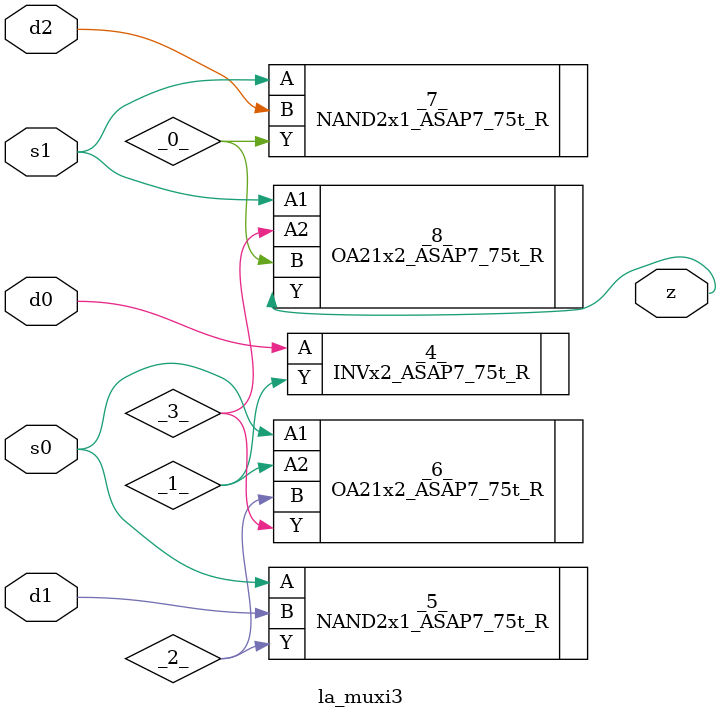
<source format=v>
/* Generated by Yosys 0.37 (git sha1 a5c7f69ed, clang 14.0.0-1ubuntu1.1 -fPIC -Os) */

module la_muxi3(d0, d1, d2, s0, s1, z);
  wire _0_;
  wire _1_;
  wire _2_;
  wire _3_;
  input d0;
  wire d0;
  input d1;
  wire d1;
  input d2;
  wire d2;
  input s0;
  wire s0;
  input s1;
  wire s1;
  output z;
  wire z;
  INVx2_ASAP7_75t_R _4_ (
    .A(d0),
    .Y(_1_)
  );
  NAND2x1_ASAP7_75t_R _5_ (
    .A(s0),
    .B(d1),
    .Y(_2_)
  );
  OA21x2_ASAP7_75t_R _6_ (
    .A1(s0),
    .A2(_1_),
    .B(_2_),
    .Y(_3_)
  );
  NAND2x1_ASAP7_75t_R _7_ (
    .A(s1),
    .B(d2),
    .Y(_0_)
  );
  OA21x2_ASAP7_75t_R _8_ (
    .A1(s1),
    .A2(_3_),
    .B(_0_),
    .Y(z)
  );
endmodule

</source>
